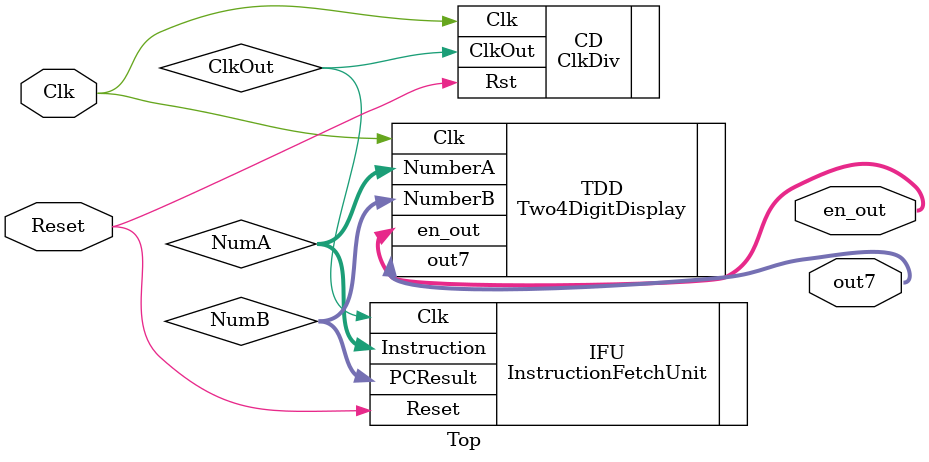
<source format=v>
`timescale 1ns / 1ps


module Top(Reset, Clk, out7, en_out);
    input Reset;
    input wire Clk;
    output wire [6:0] out7;
    output wire [7:0] en_out;
    
    wire [31:0] NumA;
    wire [31:0] NumB;
    wire ClkOut;
    
    // InstructionFetchUnit(Instruction, PCResult, Reset, Clk)
    InstructionFetchUnit IFU(.Instruction(NumA), .PCResult(NumB), .Reset(Reset), .Clk(ClkOut));
    
    // ClkDiv(Clk, Rst, ClkOut)
    ClkDiv CD(.Clk(Clk), .Rst(Reset), .ClkOut(ClkOut));
    
    // Two4DigitDisplay(Clk, NumberA, NumberB, out7, en_out)
    Two4DigitDisplay TDD(.Clk(Clk), .NumberA(NumA), .NumberB(NumB), .out7(out7), .en_out(en_out));
endmodule

</source>
